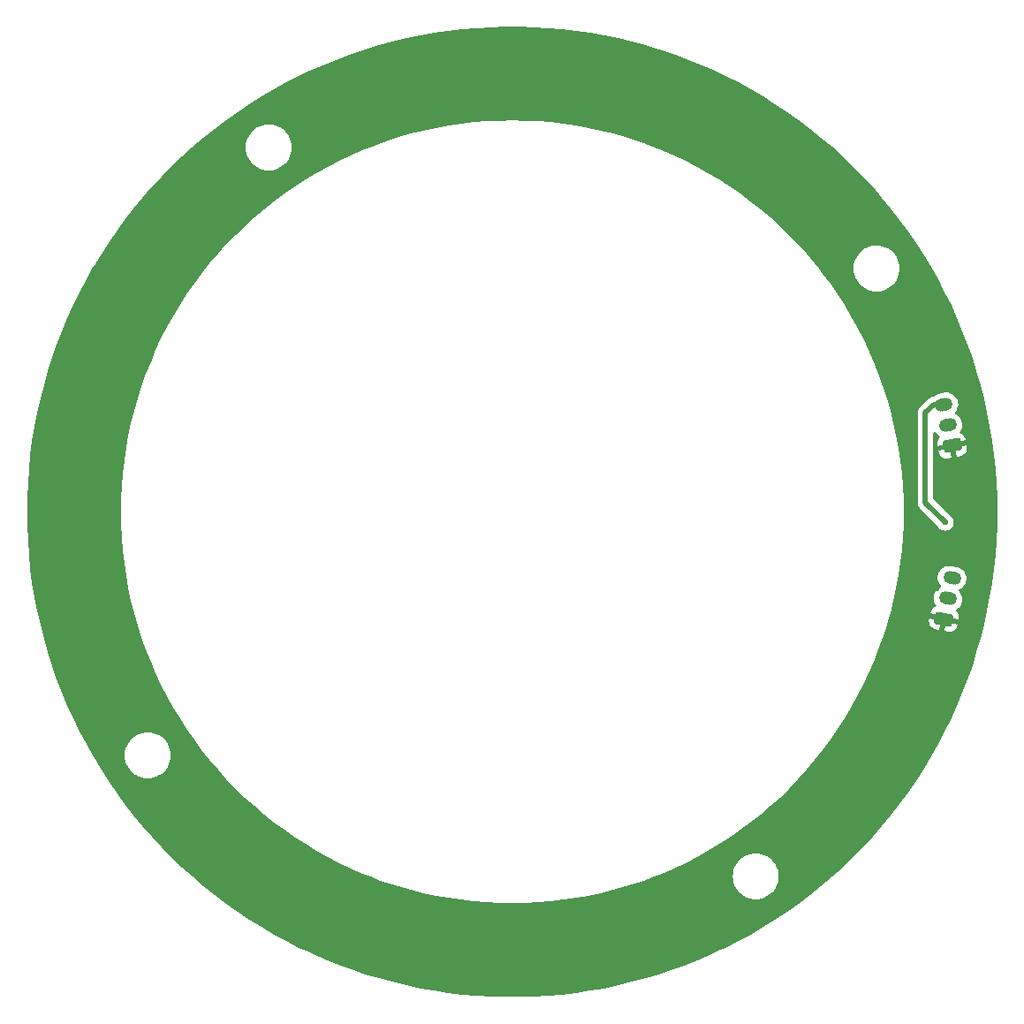
<source format=gbr>
%TF.GenerationSoftware,KiCad,Pcbnew,7.0.1*%
%TF.CreationDate,2024-02-10T23:33:58+09:00*%
%TF.ProjectId,LED_lighting_large,4c45445f-6c69-4676-9874-696e675f6c61,rev?*%
%TF.SameCoordinates,Original*%
%TF.FileFunction,Copper,L2,Bot*%
%TF.FilePolarity,Positive*%
%FSLAX46Y46*%
G04 Gerber Fmt 4.6, Leading zero omitted, Abs format (unit mm)*
G04 Created by KiCad (PCBNEW 7.0.1) date 2024-02-10 23:33:58*
%MOMM*%
%LPD*%
G01*
G04 APERTURE LIST*
G04 Aperture macros list*
%AMRoundRect*
0 Rectangle with rounded corners*
0 $1 Rounding radius*
0 $2 $3 $4 $5 $6 $7 $8 $9 X,Y pos of 4 corners*
0 Add a 4 corners polygon primitive as box body*
4,1,4,$2,$3,$4,$5,$6,$7,$8,$9,$2,$3,0*
0 Add four circle primitives for the rounded corners*
1,1,$1+$1,$2,$3*
1,1,$1+$1,$4,$5*
1,1,$1+$1,$6,$7*
1,1,$1+$1,$8,$9*
0 Add four rect primitives between the rounded corners*
20,1,$1+$1,$2,$3,$4,$5,0*
20,1,$1+$1,$4,$5,$6,$7,0*
20,1,$1+$1,$6,$7,$8,$9,0*
20,1,$1+$1,$8,$9,$2,$3,0*%
%AMHorizOval*
0 Thick line with rounded ends*
0 $1 width*
0 $2 $3 position (X,Y) of the first rounded end (center of the circle)*
0 $4 $5 position (X,Y) of the second rounded end (center of the circle)*
0 Add line between two ends*
20,1,$1,$2,$3,$4,$5,0*
0 Add two circle primitives to create the rounded ends*
1,1,$1,$2,$3*
1,1,$1,$4,$5*%
G04 Aperture macros list end*
%TA.AperFunction,ComponentPad*%
%ADD10RoundRect,0.250000X0.544709X-0.465206X0.681272X0.221343X-0.544709X0.465206X-0.681272X-0.221343X0*%
%TD*%
%TA.AperFunction,ComponentPad*%
%ADD11HorizOval,1.200000X-0.269716X0.053650X0.269716X-0.053650X0*%
%TD*%
%TA.AperFunction,ComponentPad*%
%ADD12RoundRect,0.250000X0.681272X-0.221343X0.544709X0.465206X-0.681272X0.221343X-0.544709X-0.465206X0*%
%TD*%
%TA.AperFunction,ComponentPad*%
%ADD13HorizOval,1.200000X0.269716X0.053650X-0.269716X-0.053650X0*%
%TD*%
%TA.AperFunction,ViaPad*%
%ADD14C,0.600000*%
%TD*%
%TA.AperFunction,Conductor*%
%ADD15C,0.500000*%
%TD*%
G04 APERTURE END LIST*
D10*
%TO.P,J2,1,Pin_1*%
%TO.N,GND*%
X41361849Y-10266566D03*
D11*
%TO.P,J2,2,Pin_2*%
%TO.N,VDD*%
X41752029Y-8304995D03*
%TO.P,J2,3,Pin_3*%
%TO.N,DOUT*%
X42142210Y-6343425D03*
%TD*%
D12*
%TO.P,J1,1,Pin_1*%
%TO.N,GND*%
X42142210Y6343425D03*
D13*
%TO.P,J1,2,Pin_2*%
%TO.N,VDD*%
X41752029Y8304995D03*
%TO.P,J1,3,Pin_3*%
%TO.N,DIN*%
X41361849Y10266566D03*
%TD*%
D14*
%TO.N,GND*%
X-15100000Y-35300000D03*
X43100000Y5000000D03*
X18700000Y36400000D03*
X40100000Y-8900000D03*
X34900000Y25900000D03*
X38700000Y-11500000D03*
X-37700000Y18100000D03*
X6300000Y37300000D03*
X-23400000Y32400000D03*
X-43100000Y4800000D03*
X-27900000Y-30900000D03*
X-39200000Y-7500000D03*
X-29400000Y-28800000D03*
X35500000Y-14600000D03*
X-34900000Y-25900000D03*
X25900000Y-34900000D03*
X32900000Y-22600000D03*
X-1900000Y41300000D03*
X30900000Y21800000D03*
X-11700000Y39100000D03*
X42300000Y-2300000D03*
X31800000Y25700000D03*
X4100000Y40500000D03*
X27900000Y30800000D03*
X5100000Y39600000D03*
X-18100000Y-37700000D03*
X-41100000Y13900000D03*
X39400000Y13900000D03*
X38000000Y-16000000D03*
X38800000Y12500000D03*
X-21000000Y-38000000D03*
X-7500000Y39200000D03*
X-39600000Y12300000D03*
X41700000Y11900000D03*
X37300000Y6400000D03*
X37900000Y-18000000D03*
X32900000Y-28400000D03*
X-39200000Y-11500000D03*
X-31900000Y20400000D03*
X-13900000Y39400000D03*
X-22200000Y-33100000D03*
X26800000Y27500000D03*
X-15900000Y-38100000D03*
X-40600000Y4400000D03*
X14000000Y-39500000D03*
X-4400000Y-40600000D03*
X-41700000Y-12200000D03*
X18100000Y37800000D03*
X-8400000Y36900000D03*
X22500000Y33200000D03*
X20600000Y31700000D03*
X25700000Y-31800000D03*
X35900000Y-19500000D03*
X27400000Y-33800000D03*
X43200000Y3600000D03*
X-28100000Y-33100000D03*
X15100000Y-35300000D03*
X-32800000Y22600000D03*
X-25700000Y31800000D03*
X-12300000Y41700000D03*
X0Y41300000D03*
X15700000Y-38200000D03*
X-34000000Y-27100000D03*
X29300000Y29100000D03*
X12200000Y-41600000D03*
X38400000Y0D03*
X-43300000Y-3400000D03*
X23300000Y-32300000D03*
X-15000000Y35300000D03*
X27300000Y-27100000D03*
X-38100000Y16000000D03*
X3300000Y-43300000D03*
X32400000Y23400000D03*
X12400000Y39600000D03*
X-35400000Y-14900000D03*
X28300000Y33000000D03*
X8200000Y-36900000D03*
X-28800000Y29500000D03*
X-41200000Y500000D03*
X-4700000Y-43000000D03*
X38100000Y-20900000D03*
X-37000000Y-7800000D03*
X-35400000Y14900000D03*
X31500000Y-20900000D03*
X38700000Y-9600000D03*
X-39500000Y5600000D03*
X36500000Y-10200000D03*
X-14000000Y-41100000D03*
X41500000Y2100000D03*
X-32400000Y-23400000D03*
X30600000Y-27900000D03*
X-25900000Y35000000D03*
X20900000Y38100000D03*
X-38400000Y-200000D03*
X43100000Y-4900000D03*
X38200000Y15700000D03*
X-39500000Y-13900000D03*
X-3500000Y43200000D03*
X28800000Y-29500000D03*
X-38100000Y20900000D03*
X13800000Y41100000D03*
X-400000Y-41200000D03*
X11600000Y-39100000D03*
X-37300000Y6200000D03*
X-35800000Y19600000D03*
X21100000Y-31400000D03*
X-21200000Y31400000D03*
X-200000Y38400000D03*
X-31800000Y-25500000D03*
X33800000Y27200000D03*
X-41400000Y-2000000D03*
X-38200000Y-15700000D03*
X15800000Y38300000D03*
X7500000Y-39100000D03*
X-15700000Y38200000D03*
X-20200000Y-32000000D03*
X-30600000Y27900000D03*
X4800000Y43100000D03*
X-19500000Y-35800000D03*
X41100000Y-13900000D03*
X41800000Y-11900000D03*
X-27300000Y27000000D03*
X40700000Y-7300000D03*
X-27200000Y33900000D03*
X2000000Y-41400000D03*
X14400000Y35500000D03*
X-32900000Y28400000D03*
X40600000Y6000000D03*
X-31000000Y-21700000D03*
X-27000000Y-27300000D03*
X-12200000Y-39400000D03*
X42000000Y4800000D03*
X-6700000Y-37200000D03*
X-5600000Y-39400000D03*
X35400000Y14900000D03*
%TO.N,DIN*%
X41500000Y-1000000D03*
%TD*%
D15*
%TO.N,DIN*%
X39600000Y900000D02*
X41500000Y-1000000D01*
X41361849Y10266566D02*
X40366566Y10266566D01*
X40366566Y10266566D02*
X39600000Y9500000D01*
X39600000Y9500000D02*
X39600000Y900000D01*
%TD*%
%TA.AperFunction,Conductor*%
%TO.N,GND*%
G36*
X684409Y46494436D02*
G01*
X2045427Y46454464D01*
X2049064Y46454303D01*
X3408260Y46374397D01*
X3411891Y46374130D01*
X4768165Y46254357D01*
X4771786Y46253984D01*
X6124001Y46094442D01*
X6127610Y46093962D01*
X7474503Y45894801D01*
X7478097Y45894216D01*
X8818623Y45655589D01*
X8822197Y45654898D01*
X10155083Y45377034D01*
X10158636Y45376239D01*
X11482818Y45059359D01*
X11486345Y45058460D01*
X12800656Y44702843D01*
X12804156Y44701841D01*
X14107469Y44307790D01*
X14110938Y44306685D01*
X15402099Y43874552D01*
X15405534Y43873346D01*
X16683442Y43403498D01*
X16686841Y43402192D01*
X17950463Y42895009D01*
X17953821Y42893603D01*
X19201948Y42349571D01*
X19205243Y42348077D01*
X19447270Y42234015D01*
X20436922Y41767610D01*
X20440192Y41766009D01*
X21654249Y41149660D01*
X21657470Y41147965D01*
X22852937Y40496225D01*
X22856108Y40494435D01*
X24031898Y39807899D01*
X24035014Y39806018D01*
X25190158Y39085251D01*
X25193218Y39083279D01*
X26326727Y38328899D01*
X26329728Y38326837D01*
X27440557Y37539536D01*
X27443496Y37537388D01*
X28530766Y36717793D01*
X28533641Y36715559D01*
X29596388Y35864394D01*
X29599196Y35862076D01*
X30636470Y34980104D01*
X30639208Y34977706D01*
X31650159Y34065647D01*
X31652826Y34063169D01*
X32636581Y33121814D01*
X32639174Y33119258D01*
X33594835Y32149464D01*
X33597352Y32146834D01*
X34524148Y31149384D01*
X34526587Y31146681D01*
X35423722Y30122431D01*
X35426080Y30119657D01*
X36292721Y29069559D01*
X36294997Y29066718D01*
X37130458Y27991607D01*
X37132650Y27988700D01*
X37936211Y26889493D01*
X37938316Y26886522D01*
X38709224Y25764256D01*
X38711241Y25761226D01*
X39448901Y24616767D01*
X39450828Y24613678D01*
X40154550Y23448093D01*
X40156386Y23444949D01*
X40825605Y22259175D01*
X40827347Y22255979D01*
X41461462Y21051085D01*
X41463110Y21047838D01*
X42061570Y19824864D01*
X42063122Y19821571D01*
X42625425Y18581552D01*
X42626880Y18578215D01*
X43152551Y17322191D01*
X43153907Y17318812D01*
X43642460Y16047947D01*
X43643717Y16044530D01*
X44094772Y14759811D01*
X44095927Y14756359D01*
X44509057Y13459004D01*
X44510111Y13455519D01*
X44884993Y12146539D01*
X44885943Y12143025D01*
X45222216Y10823685D01*
X45223064Y10820144D01*
X45520475Y9491437D01*
X45521218Y9487873D01*
X45779490Y8151025D01*
X45780128Y8147441D01*
X45999047Y6803572D01*
X45999579Y6799971D01*
X46178947Y5450299D01*
X46179374Y5446683D01*
X46319049Y4092280D01*
X46319369Y4088654D01*
X46419218Y2730771D01*
X46419432Y2727136D01*
X46479378Y1366883D01*
X46479485Y1363244D01*
X46499473Y1820D01*
X46499473Y-1820D01*
X46479485Y-1363244D01*
X46479378Y-1366883D01*
X46419432Y-2727136D01*
X46419218Y-2730771D01*
X46319369Y-4088654D01*
X46319049Y-4092280D01*
X46179374Y-5446683D01*
X46178947Y-5450299D01*
X45999579Y-6799971D01*
X45999047Y-6803572D01*
X45780128Y-8147441D01*
X45779490Y-8151025D01*
X45521218Y-9487873D01*
X45520475Y-9491437D01*
X45223064Y-10820144D01*
X45222216Y-10823685D01*
X44885943Y-12143025D01*
X44884993Y-12146539D01*
X44510111Y-13455519D01*
X44509057Y-13459004D01*
X44095927Y-14756359D01*
X44094772Y-14759811D01*
X43643717Y-16044530D01*
X43642460Y-16047947D01*
X43153907Y-17318812D01*
X43152551Y-17322191D01*
X42626880Y-18578215D01*
X42625425Y-18581552D01*
X42063122Y-19821571D01*
X42061570Y-19824864D01*
X41463110Y-21047838D01*
X41461462Y-21051085D01*
X40827347Y-22255979D01*
X40825605Y-22259175D01*
X40156386Y-23444949D01*
X40154550Y-23448093D01*
X39450828Y-24613678D01*
X39448901Y-24616767D01*
X38711241Y-25761226D01*
X38709224Y-25764256D01*
X37938316Y-26886522D01*
X37936211Y-26889493D01*
X37132650Y-27988700D01*
X37130458Y-27991607D01*
X36294997Y-29066718D01*
X36292721Y-29069559D01*
X35426080Y-30119657D01*
X35423722Y-30122431D01*
X34526587Y-31146681D01*
X34524148Y-31149384D01*
X33597352Y-32146834D01*
X33594835Y-32149464D01*
X32639174Y-33119258D01*
X32636581Y-33121814D01*
X31652826Y-34063169D01*
X31650159Y-34065647D01*
X30639208Y-34977706D01*
X30636470Y-34980104D01*
X29599196Y-35862076D01*
X29596388Y-35864394D01*
X28533641Y-36715559D01*
X28530766Y-36717793D01*
X27443496Y-37537388D01*
X27440557Y-37539536D01*
X26329728Y-38326837D01*
X26326727Y-38328899D01*
X25193218Y-39083279D01*
X25190158Y-39085251D01*
X24035014Y-39806018D01*
X24031898Y-39807899D01*
X22856108Y-40494435D01*
X22852937Y-40496225D01*
X21657470Y-41147965D01*
X21654249Y-41149660D01*
X20440192Y-41766009D01*
X20436922Y-41767610D01*
X19738780Y-42096631D01*
X19205243Y-42348077D01*
X19201948Y-42349571D01*
X17953821Y-42893603D01*
X17950463Y-42895009D01*
X16686841Y-43402192D01*
X16683442Y-43403498D01*
X15405534Y-43873346D01*
X15402099Y-43874552D01*
X14110938Y-44306685D01*
X14107469Y-44307790D01*
X12804156Y-44701841D01*
X12800656Y-44702843D01*
X11486345Y-45058460D01*
X11482818Y-45059359D01*
X10158636Y-45376239D01*
X10155083Y-45377034D01*
X8822197Y-45654898D01*
X8818623Y-45655589D01*
X7478097Y-45894216D01*
X7474503Y-45894801D01*
X6127610Y-46093962D01*
X6124001Y-46094442D01*
X4771786Y-46253984D01*
X4768165Y-46254357D01*
X3411891Y-46374130D01*
X3408260Y-46374397D01*
X2049064Y-46454303D01*
X2045427Y-46454464D01*
X684409Y-46494436D01*
X680769Y-46494489D01*
X-680769Y-46494489D01*
X-684409Y-46494436D01*
X-2045427Y-46454464D01*
X-2049064Y-46454303D01*
X-3408260Y-46374397D01*
X-3411891Y-46374130D01*
X-4768165Y-46254357D01*
X-4771786Y-46253984D01*
X-6124001Y-46094442D01*
X-6127610Y-46093962D01*
X-7474503Y-45894801D01*
X-7478097Y-45894216D01*
X-8818623Y-45655589D01*
X-8822197Y-45654898D01*
X-10155083Y-45377034D01*
X-10158636Y-45376239D01*
X-11482818Y-45059359D01*
X-11486345Y-45058460D01*
X-12800656Y-44702843D01*
X-12804156Y-44701841D01*
X-14107469Y-44307790D01*
X-14110938Y-44306685D01*
X-15402099Y-43874552D01*
X-15405534Y-43873346D01*
X-16683442Y-43403498D01*
X-16686841Y-43402192D01*
X-17950463Y-42895009D01*
X-17953821Y-42893603D01*
X-19201948Y-42349571D01*
X-19205243Y-42348077D01*
X-19738780Y-42096631D01*
X-20436922Y-41767610D01*
X-20440192Y-41766009D01*
X-21654249Y-41149660D01*
X-21657470Y-41147965D01*
X-22852937Y-40496225D01*
X-22856108Y-40494435D01*
X-24031898Y-39807899D01*
X-24035014Y-39806018D01*
X-25190158Y-39085251D01*
X-25193218Y-39083279D01*
X-26326727Y-38328899D01*
X-26329728Y-38326837D01*
X-27440557Y-37539536D01*
X-27443496Y-37537388D01*
X-28530766Y-36717793D01*
X-28533641Y-36715559D01*
X-29596388Y-35864394D01*
X-29599196Y-35862076D01*
X-30636470Y-34980104D01*
X-30639208Y-34977706D01*
X-31650159Y-34065647D01*
X-31652826Y-34063169D01*
X-32636581Y-33121814D01*
X-32639174Y-33119258D01*
X-33594835Y-32149464D01*
X-33597352Y-32146834D01*
X-34524148Y-31149384D01*
X-34526587Y-31146681D01*
X-35423722Y-30122431D01*
X-35426080Y-30119657D01*
X-36292721Y-29069559D01*
X-36294997Y-29066718D01*
X-37130458Y-27991607D01*
X-37132650Y-27988700D01*
X-37936211Y-26889493D01*
X-37938316Y-26886522D01*
X-38709224Y-25764256D01*
X-38711241Y-25761226D01*
X-39448901Y-24616767D01*
X-39450828Y-24613678D01*
X-40154550Y-23448093D01*
X-40156386Y-23444949D01*
X-40219031Y-23333950D01*
X-37126946Y-23333950D01*
X-37108080Y-23621789D01*
X-37051805Y-23904703D01*
X-36959083Y-24177852D01*
X-36831502Y-24436561D01*
X-36671244Y-24676404D01*
X-36481051Y-24893277D01*
X-36264178Y-25083470D01*
X-36024335Y-25243728D01*
X-35765626Y-25371309D01*
X-35492477Y-25464031D01*
X-35278834Y-25506527D01*
X-35209569Y-25520305D01*
X-35209567Y-25520305D01*
X-35209563Y-25520306D01*
X-34921724Y-25539172D01*
X-34633885Y-25520306D01*
X-34633880Y-25520305D01*
X-34633878Y-25520305D01*
X-34493399Y-25492361D01*
X-34350971Y-25464031D01*
X-34168871Y-25402216D01*
X-34077821Y-25371309D01*
X-33819113Y-25243728D01*
X-33579270Y-25083470D01*
X-33579269Y-25083469D01*
X-33362397Y-24893277D01*
X-33172204Y-24676404D01*
X-33132356Y-24616767D01*
X-33011945Y-24436560D01*
X-32884364Y-24177852D01*
X-32791642Y-23904700D01*
X-32735368Y-23621795D01*
X-32716502Y-23333949D01*
X-32735368Y-23046104D01*
X-32791642Y-22763199D01*
X-32884364Y-22490047D01*
X-33011945Y-22231339D01*
X-33172203Y-21991496D01*
X-33362397Y-21774623D01*
X-33579270Y-21584429D01*
X-33819113Y-21424171D01*
X-34077821Y-21296590D01*
X-34350973Y-21203868D01*
X-34633878Y-21147594D01*
X-34921724Y-21128728D01*
X-35209569Y-21147594D01*
X-35492474Y-21203868D01*
X-35765626Y-21296590D01*
X-36024334Y-21424171D01*
X-36068779Y-21453868D01*
X-36264178Y-21584430D01*
X-36481051Y-21774623D01*
X-36543760Y-21846129D01*
X-36671244Y-21991496D01*
X-36831502Y-22231339D01*
X-36923778Y-22418457D01*
X-36959083Y-22490048D01*
X-37051805Y-22763197D01*
X-37108080Y-23046111D01*
X-37126946Y-23333950D01*
X-40219031Y-23333950D01*
X-40825605Y-22259175D01*
X-40827347Y-22255979D01*
X-41461462Y-21051085D01*
X-41463110Y-21047838D01*
X-42061570Y-19824864D01*
X-42063122Y-19821571D01*
X-42625425Y-18581552D01*
X-42626880Y-18578215D01*
X-43152551Y-17322191D01*
X-43153907Y-17318812D01*
X-43642460Y-16047947D01*
X-43643717Y-16044530D01*
X-44094772Y-14759811D01*
X-44095927Y-14756359D01*
X-44509057Y-13459004D01*
X-44510111Y-13455519D01*
X-44884993Y-12146539D01*
X-44885943Y-12143025D01*
X-45222216Y-10823685D01*
X-45223064Y-10820144D01*
X-45520475Y-9491437D01*
X-45521218Y-9487873D01*
X-45779490Y-8151025D01*
X-45780128Y-8147441D01*
X-45999047Y-6803572D01*
X-45999579Y-6799971D01*
X-46178947Y-5450299D01*
X-46179374Y-5446683D01*
X-46319049Y-4092280D01*
X-46319369Y-4088654D01*
X-46419218Y-2730771D01*
X-46419432Y-2727136D01*
X-46479378Y-1366883D01*
X-46479485Y-1363244D01*
X-46499473Y-1820D01*
X-46499473Y0D01*
X-37505521Y0D01*
X-37485440Y-1227146D01*
X-37425219Y-2452978D01*
X-37324922Y-3676184D01*
X-37184656Y-4895453D01*
X-37004572Y-6109480D01*
X-36784863Y-7316964D01*
X-36525763Y-8516614D01*
X-36227551Y-9707143D01*
X-35890546Y-10887278D01*
X-35515108Y-12055755D01*
X-35101639Y-13211322D01*
X-34650583Y-14352742D01*
X-34162422Y-15478792D01*
X-33637679Y-16588268D01*
X-33076917Y-17679980D01*
X-32480734Y-18752761D01*
X-31849770Y-19805460D01*
X-31184701Y-20836951D01*
X-30486238Y-21846129D01*
X-29755130Y-22831915D01*
X-28992160Y-23793251D01*
X-28198144Y-24729108D01*
X-27373932Y-25638485D01*
X-26520408Y-26520408D01*
X-25638485Y-27373932D01*
X-24729108Y-28198144D01*
X-23793251Y-28992160D01*
X-22831915Y-29755130D01*
X-21846129Y-30486238D01*
X-20836951Y-31184701D01*
X-19805460Y-31849770D01*
X-18752761Y-32480734D01*
X-17679980Y-33076917D01*
X-16588268Y-33637679D01*
X-15478792Y-34162422D01*
X-14352742Y-34650583D01*
X-13298904Y-35067029D01*
X-13211309Y-35101644D01*
X-12818277Y-35242273D01*
X-12055755Y-35515108D01*
X-10887278Y-35890546D01*
X-9707143Y-36227551D01*
X-8516614Y-36525763D01*
X-7316964Y-36784863D01*
X-6109480Y-37004572D01*
X-4895453Y-37184656D01*
X-3676184Y-37324922D01*
X-2452978Y-37425219D01*
X-1227146Y-37485440D01*
X0Y-37505521D01*
X1227146Y-37485440D01*
X2452978Y-37425219D01*
X3676184Y-37324922D01*
X4895453Y-37184656D01*
X6109480Y-37004572D01*
X7316964Y-36784863D01*
X8516614Y-36525763D01*
X9707143Y-36227551D01*
X10887278Y-35890546D01*
X12055755Y-35515108D01*
X12818277Y-35242273D01*
X13211309Y-35101644D01*
X13298904Y-35067029D01*
X13666606Y-34921724D01*
X21128728Y-34921724D01*
X21147594Y-35209569D01*
X21203868Y-35492474D01*
X21296590Y-35765626D01*
X21424171Y-36024334D01*
X21578492Y-36255292D01*
X21584430Y-36264178D01*
X21774623Y-36481051D01*
X21825611Y-36525766D01*
X21991496Y-36671244D01*
X22231339Y-36831502D01*
X22490047Y-36959083D01*
X22581097Y-36989990D01*
X22763197Y-37051805D01*
X22905625Y-37080135D01*
X23046104Y-37108079D01*
X23046106Y-37108079D01*
X23046111Y-37108080D01*
X23333950Y-37126946D01*
X23621789Y-37108080D01*
X23621793Y-37108079D01*
X23621795Y-37108079D01*
X23691060Y-37094301D01*
X23904703Y-37051805D01*
X24177852Y-36959083D01*
X24436561Y-36831502D01*
X24676404Y-36671244D01*
X24893277Y-36481051D01*
X25083470Y-36264178D01*
X25243728Y-36024335D01*
X25371309Y-35765626D01*
X25464031Y-35492477D01*
X25520306Y-35209563D01*
X25539172Y-34921724D01*
X25520306Y-34633885D01*
X25464031Y-34350971D01*
X25371309Y-34077822D01*
X25364703Y-34064427D01*
X25243728Y-33819113D01*
X25083470Y-33579270D01*
X24948414Y-33425269D01*
X24893277Y-33362397D01*
X24676404Y-33172204D01*
X24600990Y-33121814D01*
X24436560Y-33011945D01*
X24177852Y-32884364D01*
X23904700Y-32791642D01*
X23621795Y-32735368D01*
X23333950Y-32716502D01*
X23046104Y-32735368D01*
X22763199Y-32791642D01*
X22490047Y-32884364D01*
X22231339Y-33011945D01*
X21991496Y-33172203D01*
X21774623Y-33362397D01*
X21584429Y-33579270D01*
X21424171Y-33819113D01*
X21296590Y-34077821D01*
X21203868Y-34350973D01*
X21147594Y-34633878D01*
X21128728Y-34921724D01*
X13666606Y-34921724D01*
X14352742Y-34650583D01*
X15478792Y-34162422D01*
X16588268Y-33637679D01*
X17679980Y-33076917D01*
X18752761Y-32480734D01*
X19805460Y-31849770D01*
X20836951Y-31184701D01*
X21846129Y-30486238D01*
X22831915Y-29755130D01*
X23793251Y-28992160D01*
X24729108Y-28198144D01*
X25638485Y-27373932D01*
X26520408Y-26520408D01*
X27373932Y-25638485D01*
X28198144Y-24729108D01*
X28992160Y-23793251D01*
X29755130Y-22831915D01*
X30486238Y-21846129D01*
X31184701Y-20836951D01*
X31849770Y-19805460D01*
X32480734Y-18752761D01*
X33076917Y-17679980D01*
X33637679Y-16588268D01*
X34162422Y-15478792D01*
X34650583Y-14352742D01*
X35101639Y-13211322D01*
X35515108Y-12055755D01*
X35727669Y-11394201D01*
X41392445Y-11394201D01*
X41392446Y-11394202D01*
X41809256Y-11477111D01*
X41912046Y-11486857D01*
X42086037Y-11465237D01*
X42250347Y-11404076D01*
X42396127Y-11306671D01*
X42515509Y-11178274D01*
X42602063Y-11025808D01*
X42632399Y-10927100D01*
X42661656Y-10780011D01*
X42661656Y-10780010D01*
X41558272Y-10560534D01*
X41558271Y-10560535D01*
X41392445Y-11394201D01*
X35727669Y-11394201D01*
X35890546Y-10887278D01*
X36003025Y-10493397D01*
X39925490Y-10493397D01*
X39947111Y-10667389D01*
X40008271Y-10831699D01*
X40105676Y-10977477D01*
X40234074Y-11096860D01*
X40386540Y-11183414D01*
X40485248Y-11213750D01*
X40902052Y-11296657D01*
X40902053Y-11296656D01*
X41067880Y-10462989D01*
X41067879Y-10462988D01*
X39964497Y-10243512D01*
X39964496Y-10243512D01*
X39935237Y-10390608D01*
X39925490Y-10493397D01*
X36003025Y-10493397D01*
X36214422Y-9753119D01*
X40062040Y-9753119D01*
X40062041Y-9753120D01*
X41545589Y-10048216D01*
X41545592Y-10048217D01*
X42759199Y-10289618D01*
X42759200Y-10289617D01*
X42788460Y-10142522D01*
X42798207Y-10039734D01*
X42776586Y-9865742D01*
X42715426Y-9701432D01*
X42618022Y-9555656D01*
X42563380Y-9504850D01*
X42530961Y-9455523D01*
X42525021Y-9396797D01*
X42546905Y-9341977D01*
X42591653Y-9303487D01*
X42613881Y-9292195D01*
X42779857Y-9163262D01*
X42918432Y-9005249D01*
X43024598Y-8823865D01*
X43094519Y-8625666D01*
X43125667Y-8417817D01*
X43125014Y-8402161D01*
X43116915Y-8207832D01*
X43116915Y-8207829D01*
X43068582Y-8003292D01*
X42982414Y-7811599D01*
X42861523Y-7639677D01*
X42826176Y-7605569D01*
X42794860Y-7556197D01*
X42789648Y-7497961D01*
X42811701Y-7443811D01*
X42856113Y-7405787D01*
X43004062Y-7330625D01*
X43170038Y-7201692D01*
X43308613Y-7043679D01*
X43414779Y-6862295D01*
X43484700Y-6664096D01*
X43515848Y-6456247D01*
X43515195Y-6440591D01*
X43507096Y-6246262D01*
X43507096Y-6246259D01*
X43458763Y-6041722D01*
X43372595Y-5850029D01*
X43251704Y-5678107D01*
X43100463Y-5532170D01*
X42924336Y-5417494D01*
X42924333Y-5417492D01*
X42924332Y-5417492D01*
X42729688Y-5338221D01*
X42035776Y-5200192D01*
X41879072Y-5184288D01*
X41669740Y-5203021D01*
X41467736Y-5261030D01*
X41280353Y-5356226D01*
X41114381Y-5485157D01*
X40975806Y-5643171D01*
X40869639Y-5824554D01*
X40799720Y-6022752D01*
X40768571Y-6230606D01*
X40777323Y-6440587D01*
X40825656Y-6645128D01*
X40885102Y-6777374D01*
X40911825Y-6836821D01*
X40929738Y-6862295D01*
X41032716Y-7008743D01*
X41068061Y-7042848D01*
X41099378Y-7092222D01*
X41104590Y-7150457D01*
X41082537Y-7204607D01*
X41038123Y-7242632D01*
X40890176Y-7317794D01*
X40724200Y-7446727D01*
X40585625Y-7604741D01*
X40479458Y-7786124D01*
X40409539Y-7984322D01*
X40378390Y-8192176D01*
X40387142Y-8402157D01*
X40435475Y-8606698D01*
X40494921Y-8738944D01*
X40521644Y-8798391D01*
X40539557Y-8823865D01*
X40603460Y-8914743D01*
X40624520Y-8966799D01*
X40620458Y-9022807D01*
X40592108Y-9071280D01*
X40545284Y-9102278D01*
X40473351Y-9129053D01*
X40327570Y-9226460D01*
X40208188Y-9354857D01*
X40121634Y-9507323D01*
X40091299Y-9606030D01*
X40062040Y-9753119D01*
X36214422Y-9753119D01*
X36227551Y-9707143D01*
X36525763Y-8516614D01*
X36784863Y-7316964D01*
X37004572Y-6109480D01*
X37184656Y-4895453D01*
X37324922Y-3676184D01*
X37425219Y-2452978D01*
X37485440Y-1227146D01*
X37505521Y0D01*
X37490434Y921976D01*
X38844711Y921976D01*
X38849028Y872631D01*
X38849500Y861824D01*
X38849500Y856291D01*
X38853098Y825501D01*
X38853464Y821917D01*
X38860109Y745961D01*
X38864330Y726921D01*
X38890421Y655232D01*
X38891603Y651831D01*
X38915579Y579479D01*
X38924077Y561925D01*
X38965970Y498228D01*
X38967905Y495190D01*
X39007943Y430281D01*
X39020256Y415164D01*
X39075708Y362848D01*
X39078294Y360336D01*
X40746693Y-1308061D01*
X40765726Y-1338352D01*
X40766778Y-1337692D01*
X40870185Y-1502264D01*
X40997735Y-1629814D01*
X40997737Y-1629815D01*
X40997738Y-1629816D01*
X41150478Y-1725789D01*
X41320745Y-1785368D01*
X41500000Y-1805565D01*
X41679255Y-1785368D01*
X41849522Y-1725789D01*
X42002262Y-1629816D01*
X42129816Y-1502262D01*
X42225789Y-1349522D01*
X42285368Y-1179255D01*
X42305565Y-1000000D01*
X42285368Y-820745D01*
X42225789Y-650478D01*
X42129816Y-497738D01*
X42129815Y-497737D01*
X42129814Y-497735D01*
X42002263Y-370184D01*
X41837693Y-266778D01*
X41838352Y-265728D01*
X41808058Y-246691D01*
X40386819Y1174549D01*
X40359939Y1214777D01*
X40350500Y1262230D01*
X40350500Y5829978D01*
X40842402Y5829978D01*
X40871662Y5682884D01*
X40901993Y5584187D01*
X40988551Y5431715D01*
X41107931Y5303319D01*
X41253711Y5205914D01*
X41418021Y5144753D01*
X41592012Y5123133D01*
X41694799Y5132878D01*
X42111611Y5215787D01*
X42111612Y5215788D01*
X41945786Y6049454D01*
X41945785Y6049455D01*
X40842403Y5829979D01*
X40842402Y5829978D01*
X40350500Y5829978D01*
X40350500Y6147000D01*
X42436177Y6147000D01*
X42602003Y5313334D01*
X42602004Y5313333D01*
X43018814Y5396242D01*
X43117513Y5426574D01*
X43269985Y5513132D01*
X43398382Y5632513D01*
X43495787Y5778291D01*
X43556947Y5942601D01*
X43578568Y6116593D01*
X43568822Y6219379D01*
X43539562Y6366476D01*
X43539561Y6366477D01*
X42436178Y6147001D01*
X42436177Y6147000D01*
X40350500Y6147000D01*
X40350500Y7555401D01*
X40365881Y7615216D01*
X40408207Y7660192D01*
X40466979Y7679173D01*
X40527617Y7667448D01*
X40575077Y7627928D01*
X40651150Y7522432D01*
X40804114Y7378309D01*
X40924229Y7302123D01*
X40963608Y7262088D01*
X40981289Y7208789D01*
X40973646Y7153156D01*
X40942247Y7106599D01*
X40886037Y7054336D01*
X40788632Y6908558D01*
X40727472Y6744248D01*
X40705851Y6570256D01*
X40715597Y6467467D01*
X40744856Y6320371D01*
X40744857Y6320371D01*
X41891750Y6548501D01*
X41891758Y6548505D01*
X43442016Y6856869D01*
X43442016Y6856870D01*
X43412758Y7003964D01*
X43382426Y7102662D01*
X43295868Y7255134D01*
X43176488Y7383530D01*
X43030708Y7480935D01*
X42960785Y7506963D01*
X42911957Y7540128D01*
X42883995Y7592110D01*
X42883234Y7651131D01*
X42909846Y7703817D01*
X42926063Y7722759D01*
X43030064Y7905394D01*
X43097621Y8104409D01*
X43126293Y8312615D01*
X43115043Y8522484D01*
X43064279Y8726431D01*
X42975835Y8917086D01*
X42852908Y9087556D01*
X42699941Y9231682D01*
X42522461Y9344254D01*
X42476753Y9362237D01*
X42428927Y9395867D01*
X42401826Y9447675D01*
X42401477Y9506143D01*
X42427959Y9558270D01*
X42535883Y9684330D01*
X42577439Y9757306D01*
X42639884Y9866965D01*
X42707441Y10065980D01*
X42736113Y10274186D01*
X42724863Y10484055D01*
X42674099Y10688002D01*
X42585655Y10878657D01*
X42462728Y11049127D01*
X42309761Y11193253D01*
X42132281Y11305825D01*
X41936704Y11382776D01*
X41730100Y11421322D01*
X41519933Y11420071D01*
X40826018Y11282042D01*
X40675159Y11236769D01*
X40488928Y11139354D01*
X40375590Y11049127D01*
X40365145Y11040812D01*
X40302310Y11014664D01*
X40292049Y11013464D01*
X40288495Y11013102D01*
X40213769Y11006565D01*
X40213767Y11006564D01*
X40212515Y11006455D01*
X40193496Y11002238D01*
X40192312Y11001807D01*
X40192311Y11001807D01*
X40121840Y10976158D01*
X40118434Y10974974D01*
X40046034Y10950983D01*
X40028502Y10942495D01*
X40027450Y10941803D01*
X40027449Y10941803D01*
X39964750Y10900565D01*
X39961747Y10898653D01*
X39896836Y10858616D01*
X39881738Y10846316D01*
X39829414Y10790856D01*
X39826901Y10788269D01*
X39114360Y10075728D01*
X39100727Y10063946D01*
X39081469Y10049609D01*
X39049631Y10011666D01*
X39042323Y10003691D01*
X39038409Y9999777D01*
X39019168Y9975442D01*
X39016890Y9972647D01*
X38967890Y9914251D01*
X38957422Y9897821D01*
X38925186Y9828691D01*
X38923615Y9825447D01*
X38889394Y9757306D01*
X38882997Y9738903D01*
X38867574Y9664211D01*
X38866794Y9660692D01*
X38849208Y9586490D01*
X38847229Y9567121D01*
X38849448Y9490869D01*
X38849500Y9487263D01*
X38849500Y963706D01*
X38848191Y945736D01*
X38844711Y921976D01*
X37490434Y921976D01*
X37485440Y1227146D01*
X37425219Y2452978D01*
X37324922Y3676184D01*
X37184656Y4895453D01*
X37004572Y6109480D01*
X36784863Y7316964D01*
X36525763Y8516614D01*
X36227551Y9707143D01*
X35890546Y10887278D01*
X35515108Y12055755D01*
X35101639Y13211322D01*
X34650583Y14352742D01*
X34162422Y15478792D01*
X33637679Y16588268D01*
X33076917Y17679980D01*
X32480734Y18752760D01*
X31849770Y19805460D01*
X31184701Y20836951D01*
X30486238Y21846129D01*
X29755130Y22831915D01*
X29356687Y23333950D01*
X32716502Y23333950D01*
X32729434Y23136633D01*
X32735368Y23046104D01*
X32791642Y22763199D01*
X32884364Y22490047D01*
X33011945Y22231339D01*
X33172203Y21991496D01*
X33362397Y21774623D01*
X33579270Y21584429D01*
X33819113Y21424171D01*
X34077821Y21296590D01*
X34350973Y21203868D01*
X34633878Y21147594D01*
X34921724Y21128728D01*
X35209569Y21147594D01*
X35492474Y21203868D01*
X35765626Y21296590D01*
X36024334Y21424171D01*
X36264177Y21584429D01*
X36290856Y21607826D01*
X36481051Y21774623D01*
X36671244Y21991496D01*
X36831502Y22231339D01*
X36843653Y22255979D01*
X36959083Y22490047D01*
X37031199Y22702495D01*
X37051805Y22763197D01*
X37108080Y23046111D01*
X37126946Y23333950D01*
X37108080Y23621789D01*
X37051805Y23904703D01*
X36959083Y24177852D01*
X36831502Y24436561D01*
X36671244Y24676404D01*
X36481051Y24893277D01*
X36264178Y25083470D01*
X36024335Y25243728D01*
X35765626Y25371309D01*
X35492477Y25464031D01*
X35278834Y25506527D01*
X35209569Y25520305D01*
X35209567Y25520305D01*
X35209563Y25520306D01*
X34921724Y25539172D01*
X34633885Y25520306D01*
X34633880Y25520305D01*
X34633878Y25520305D01*
X34493399Y25492361D01*
X34350971Y25464031D01*
X34168871Y25402216D01*
X34077821Y25371309D01*
X33819113Y25243728D01*
X33579270Y25083470D01*
X33362397Y24893277D01*
X33222631Y24733905D01*
X33172203Y24676403D01*
X33011945Y24436560D01*
X32884364Y24177852D01*
X32791642Y23904700D01*
X32735368Y23621795D01*
X32735368Y23621789D01*
X32716502Y23333950D01*
X29356687Y23333950D01*
X28992160Y23793251D01*
X28198144Y24729108D01*
X27373932Y25638485D01*
X26520408Y26520408D01*
X25638485Y27373932D01*
X24729108Y28198144D01*
X23793251Y28992160D01*
X22831915Y29755130D01*
X21846129Y30486238D01*
X20836951Y31184701D01*
X19805460Y31849770D01*
X18752761Y32480734D01*
X17679980Y33076917D01*
X16588268Y33637679D01*
X15478792Y34162422D01*
X14352742Y34650583D01*
X13211322Y35101639D01*
X13211318Y35101640D01*
X13211309Y35101644D01*
X12366637Y35403872D01*
X12055755Y35515108D01*
X10887278Y35890546D01*
X9707143Y36227551D01*
X8516614Y36525763D01*
X7316964Y36784863D01*
X6109480Y37004572D01*
X4895453Y37184656D01*
X3676184Y37324922D01*
X2452978Y37425219D01*
X1227146Y37485440D01*
X0Y37505521D01*
X-1227146Y37485440D01*
X-2452978Y37425219D01*
X-3676184Y37324922D01*
X-4895453Y37184656D01*
X-6109480Y37004572D01*
X-7316964Y36784863D01*
X-8516614Y36525763D01*
X-9707143Y36227551D01*
X-10887278Y35890546D01*
X-12055755Y35515108D01*
X-12366637Y35403872D01*
X-13211309Y35101644D01*
X-13211318Y35101640D01*
X-13211322Y35101639D01*
X-14352742Y34650583D01*
X-15478792Y34162422D01*
X-16588268Y33637679D01*
X-17679980Y33076917D01*
X-18752760Y32480734D01*
X-19805460Y31849770D01*
X-20836951Y31184701D01*
X-21846129Y30486238D01*
X-22831915Y29755130D01*
X-23793251Y28992160D01*
X-24729108Y28198144D01*
X-25638485Y27373932D01*
X-26520408Y26520408D01*
X-27373932Y25638485D01*
X-28198144Y24729108D01*
X-28992160Y23793251D01*
X-29755130Y22831915D01*
X-30486238Y21846129D01*
X-31184701Y20836951D01*
X-31849770Y19805460D01*
X-32480734Y18752760D01*
X-33076917Y17679980D01*
X-33637679Y16588268D01*
X-34162422Y15478792D01*
X-34650583Y14352742D01*
X-35101639Y13211322D01*
X-35515108Y12055755D01*
X-35890546Y10887278D01*
X-36227551Y9707143D01*
X-36525763Y8516614D01*
X-36784863Y7316964D01*
X-37004572Y6109480D01*
X-37184656Y4895453D01*
X-37324922Y3676184D01*
X-37425219Y2452978D01*
X-37485440Y1227146D01*
X-37505521Y0D01*
X-46499473Y0D01*
X-46499473Y1820D01*
X-46479485Y1363244D01*
X-46479378Y1366883D01*
X-46419432Y2727136D01*
X-46419218Y2730771D01*
X-46319369Y4088654D01*
X-46319049Y4092280D01*
X-46179374Y5446683D01*
X-46178947Y5450299D01*
X-45999579Y6799971D01*
X-45999047Y6803572D01*
X-45780128Y8147441D01*
X-45779490Y8151025D01*
X-45521218Y9487873D01*
X-45520475Y9491437D01*
X-45223064Y10820144D01*
X-45222216Y10823685D01*
X-44885943Y12143025D01*
X-44884993Y12146539D01*
X-44510111Y13455519D01*
X-44509057Y13459004D01*
X-44095927Y14756359D01*
X-44094772Y14759811D01*
X-43643717Y16044530D01*
X-43642460Y16047947D01*
X-43153907Y17318812D01*
X-43152551Y17322191D01*
X-42626880Y18578215D01*
X-42625425Y18581552D01*
X-42063122Y19821571D01*
X-42061570Y19824864D01*
X-41463110Y21047838D01*
X-41461462Y21051085D01*
X-40827347Y22255979D01*
X-40825605Y22259175D01*
X-40156386Y23444949D01*
X-40154550Y23448093D01*
X-39450828Y24613678D01*
X-39448901Y24616767D01*
X-38711241Y25761226D01*
X-38709224Y25764256D01*
X-37938316Y26886522D01*
X-37936211Y26889493D01*
X-37132650Y27988700D01*
X-37130458Y27991607D01*
X-36294997Y29066718D01*
X-36292721Y29069559D01*
X-35426080Y30119657D01*
X-35423722Y30122431D01*
X-34526587Y31146681D01*
X-34524148Y31149384D01*
X-33597352Y32146834D01*
X-33594835Y32149464D01*
X-32639174Y33119258D01*
X-32636581Y33121814D01*
X-31652826Y34063169D01*
X-31650159Y34065647D01*
X-30701260Y34921724D01*
X-25539172Y34921724D01*
X-25520306Y34633885D01*
X-25464031Y34350971D01*
X-25443425Y34290269D01*
X-25371309Y34077821D01*
X-25364083Y34063169D01*
X-25243728Y33819113D01*
X-25083470Y33579270D01*
X-24893277Y33362397D01*
X-24703082Y33195600D01*
X-24676403Y33172203D01*
X-24436560Y33011945D01*
X-24177852Y32884364D01*
X-23904700Y32791642D01*
X-23621795Y32735368D01*
X-23333950Y32716502D01*
X-23046104Y32735368D01*
X-22763199Y32791642D01*
X-22490047Y32884364D01*
X-22231339Y33011945D01*
X-21991496Y33172203D01*
X-21774623Y33362397D01*
X-21584429Y33579270D01*
X-21424171Y33819113D01*
X-21296590Y34077821D01*
X-21203868Y34350973D01*
X-21147594Y34633878D01*
X-21128728Y34921724D01*
X-21147594Y35209569D01*
X-21203868Y35492474D01*
X-21296590Y35765626D01*
X-21424171Y36024334D01*
X-21584429Y36264177D01*
X-21751430Y36454604D01*
X-21774623Y36481051D01*
X-21991496Y36671244D01*
X-22231339Y36831502D01*
X-22490047Y36959083D01*
X-22624054Y37004572D01*
X-22763197Y37051805D01*
X-22905625Y37080135D01*
X-23046104Y37108079D01*
X-23046106Y37108079D01*
X-23046111Y37108080D01*
X-23333950Y37126946D01*
X-23621789Y37108080D01*
X-23621793Y37108079D01*
X-23621795Y37108079D01*
X-23691060Y37094301D01*
X-23904703Y37051805D01*
X-24177852Y36959083D01*
X-24436561Y36831502D01*
X-24676404Y36671244D01*
X-24893277Y36481051D01*
X-25083470Y36264178D01*
X-25243728Y36024335D01*
X-25371309Y35765626D01*
X-25464031Y35492477D01*
X-25520306Y35209563D01*
X-25539172Y34921724D01*
X-30701260Y34921724D01*
X-30639208Y34977706D01*
X-30636470Y34980104D01*
X-29599196Y35862076D01*
X-29596388Y35864394D01*
X-28533641Y36715559D01*
X-28530766Y36717793D01*
X-27443496Y37537388D01*
X-27440557Y37539536D01*
X-26329728Y38326837D01*
X-26326727Y38328899D01*
X-25193218Y39083279D01*
X-25190158Y39085251D01*
X-24035014Y39806018D01*
X-24031898Y39807899D01*
X-22856108Y40494435D01*
X-22852937Y40496225D01*
X-21657470Y41147965D01*
X-21654249Y41149660D01*
X-20440192Y41766009D01*
X-20436922Y41767610D01*
X-19447270Y42234015D01*
X-19205243Y42348077D01*
X-19201948Y42349571D01*
X-17953821Y42893603D01*
X-17950463Y42895009D01*
X-16686841Y43402192D01*
X-16683442Y43403498D01*
X-15405534Y43873346D01*
X-15402099Y43874552D01*
X-14110938Y44306685D01*
X-14107469Y44307790D01*
X-12804156Y44701841D01*
X-12800656Y44702843D01*
X-11486345Y45058460D01*
X-11482818Y45059359D01*
X-10158636Y45376239D01*
X-10155083Y45377034D01*
X-8822197Y45654898D01*
X-8818623Y45655589D01*
X-7478097Y45894216D01*
X-7474503Y45894801D01*
X-6127610Y46093962D01*
X-6124001Y46094442D01*
X-4771786Y46253984D01*
X-4768165Y46254357D01*
X-3411891Y46374130D01*
X-3408260Y46374397D01*
X-2049064Y46454303D01*
X-2045427Y46454464D01*
X-684409Y46494436D01*
X-680769Y46494489D01*
X680769Y46494489D01*
X684409Y46494436D01*
G37*
%TD.AperFunction*%
%TD*%
M02*

</source>
